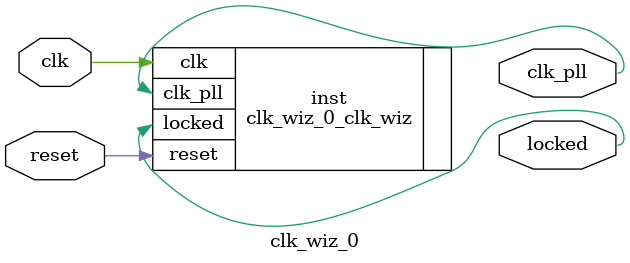
<source format=v>


`timescale 1ps/1ps

(* CORE_GENERATION_INFO = "clk_wiz_0,clk_wiz_v6_0_13_0_0,{component_name=clk_wiz_0,use_phase_alignment=true,use_min_o_jitter=false,use_max_i_jitter=false,use_dyn_phase_shift=false,use_inclk_switchover=false,use_dyn_reconfig=false,enable_axi=0,feedback_source=FDBK_AUTO,PRIMITIVE=MMCM,num_out_clk=1,clkin1_period=61.095,clkin2_period=10.0,use_power_down=false,use_reset=true,use_locked=true,use_inclk_stopped=false,feedback_type=SINGLE,CLOCK_MGR_TYPE=NA,manual_override=false}" *)

module clk_wiz_0 
 (
  // Clock out ports
  output        clk_pll,
  // Status and control signals
  input         reset,
  output        locked,
 // Clock in ports
  input         clk
 );

  clk_wiz_0_clk_wiz inst
  (
  // Clock out ports  
  .clk_pll(clk_pll),
  // Status and control signals               
  .reset(reset), 
  .locked(locked),
 // Clock in ports
  .clk(clk)
  );

endmodule

</source>
